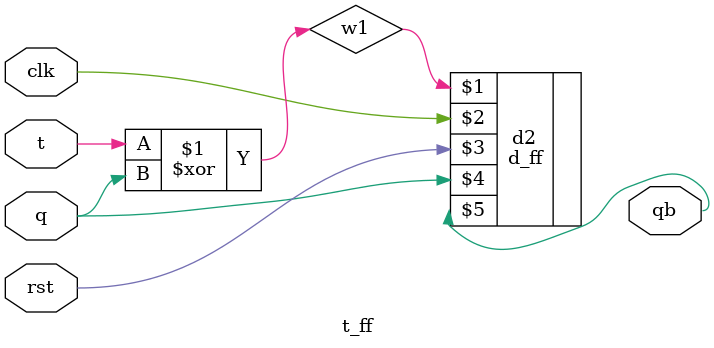
<source format=v>
module t_ff (t,clk,rst,q,qb);
input t,clk,rst;
inout q;
output qb;
wire w1;

xor d1(w1, t, q);
d_ff d2(w1, clk, rst, q, qb);

endmodule


</source>
